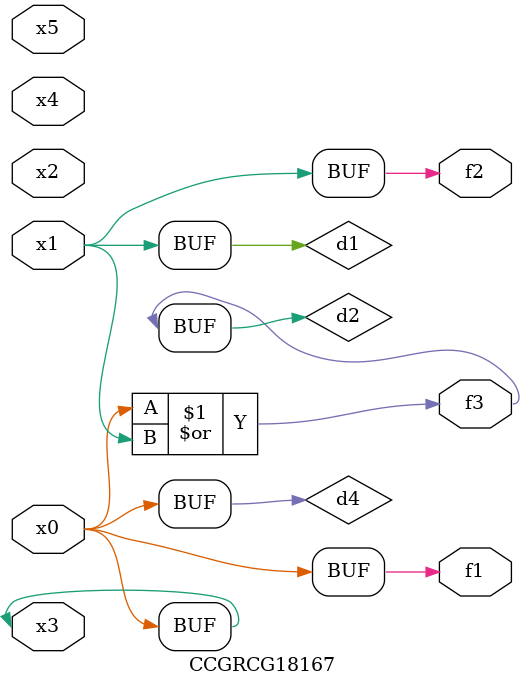
<source format=v>
module CCGRCG18167(
	input x0, x1, x2, x3, x4, x5,
	output f1, f2, f3
);

	wire d1, d2, d3, d4;

	and (d1, x1);
	or (d2, x0, x1);
	nand (d3, x0, x5);
	buf (d4, x0, x3);
	assign f1 = d4;
	assign f2 = d1;
	assign f3 = d2;
endmodule

</source>
